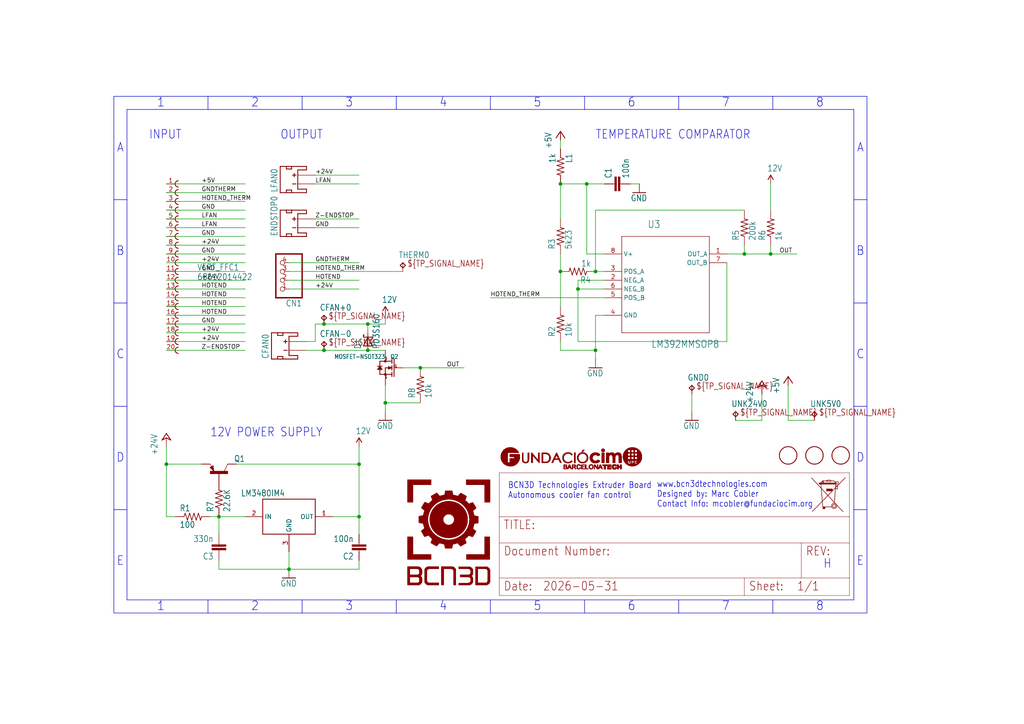
<source format=kicad_sch>
(kicad_sch (version 20230121) (generator eeschema)
  (paper "A4")
  (lib_symbols
    (symbol "working-eagle-import:+24V" (power)
      (property "Value" "+24V" (at -2.54 -5.08 90))
      (symbol "+24V_1_0"
        (pin power_in line (at 0 -2.54 90) (length 2.54) (name "+24V") (number "1"))
      )
    )
    (symbol "working-eagle-import:+5V" (power)
      (property "Value" "+5V" (at -2.54 -5.08 90))
      (symbol "+5V_1_0"
        (pin power_in line (at 0 -2.54 90) (length 2.54) (name "+5V") (number "1"))
      )
    )
    (symbol "working-eagle-import:12V" (power)
      (property "Value" "12V" (at -1.016 3.556 0))
      (symbol "12V_1_0"
        (pin power_in line (at 0 0 90) (length 2.54) (name "12V") (number "1"))
      )
    )
    (symbol "working-eagle-import:68612014422"
      (property "Reference" "K" (at 1.27 0.238 0))
      (symbol "68612014422_1_0"
        (pin passive line (at -7.62 25.4 0) (length 2.54) (name "1") (number "1"))
        (pin passive line (at -7.62 2.54 0) (length 2.54) (name "10") (number "10"))
        (pin passive line (at -7.62 0 0) (length 2.54) (name "11") (number "11"))
        (pin passive line (at -7.62 -2.54 0) (length 2.54) (name "12") (number "12"))
        (pin passive line (at -7.62 -5.08 0) (length 2.54) (name "13") (number "13"))
        (pin passive line (at -7.62 -7.62 0) (length 2.54) (name "14") (number "14"))
        (pin passive line (at -7.62 -10.16 0) (length 2.54) (name "15") (number "15"))
        (pin passive line (at -7.62 -12.7 0) (length 2.54) (name "16") (number "16"))
        (pin passive line (at -7.62 -15.24 0) (length 2.54) (name "17") (number "17"))
        (pin passive line (at -7.62 -17.78 0) (length 2.54) (name "18") (number "18"))
        (pin passive line (at -7.62 -20.32 0) (length 2.54) (name "19") (number "19"))
        (pin passive line (at -7.62 22.86 0) (length 2.54) (name "2") (number "2"))
        (pin passive line (at -7.62 -22.86 0) (length 2.54) (name "20") (number "20"))
        (pin passive line (at -7.62 20.32 0) (length 2.54) (name "3") (number "3"))
        (pin passive line (at -7.62 17.78 0) (length 2.54) (name "4") (number "4"))
        (pin passive line (at -7.62 15.24 0) (length 2.54) (name "5") (number "5"))
        (pin passive line (at -7.62 12.7 0) (length 2.54) (name "6") (number "6"))
        (pin passive line (at -7.62 10.16 0) (length 2.54) (name "7") (number "7"))
        (pin passive line (at -7.62 7.62 0) (length 2.54) (name "8") (number "8"))
        (pin passive line (at -7.62 5.08 0) (length 2.54) (name "9") (number "9"))
      )
    )
    (symbol "working-eagle-import:BC807W"
      (property "Reference" "Q" (at -10.16 7.62 0))
      (symbol "BC807W_1_0"
        (pin passive line (at -2.54 0 0) (length 2.54) (name "B") (number "1"))
        (pin passive line (at 2.54 5.08 270) (length 2.54) (name "E") (number "2"))
        (pin passive line (at 2.54 -5.08 90) (length 2.54) (name "C") (number "3"))
      )
    )
    (symbol "working-eagle-import:BCN3DLOGO")
    (symbol "working-eagle-import:C-EUC0603K"
      (property "Reference" "C" (at 1.524 0.381 0))
      (symbol "C-EUC0603K_1_0"
        (pin passive line (at 0 2.54 270) (length 2.54) (name "1") (number "1"))
        (pin passive line (at 0 -5.08 90) (length 2.54) (name "2") (number "2"))
      )
    )
    (symbol "working-eagle-import:C-EUC0805"
      (property "Reference" "C" (at 1.524 0.381 0))
      (symbol "C-EUC0805_1_0"
        (pin passive line (at 0 2.54 270) (length 2.54) (name "1") (number "1"))
        (pin passive line (at 0 -5.08 90) (length 2.54) (name "2") (number "2"))
      )
    )
    (symbol "working-eagle-import:DOCFIELD"
      (symbol "DOCFIELD_1_0"
        (text "${#}/${##}" (at 86.36 1.27 0) (effects (font (size 2.54 2.159)) (justify left bottom)))
        (text "${CURRENT_DATE}" (at 12.7 1.27 0) (effects (font (size 2.54 2.159)) (justify left bottom)))
        (text "${PROJECTNAME}" (at 17.78 19.05 0) (effects (font (size 2.54 2.159)) (justify left bottom)))
        (text "Date:" (at 1.27 1.27 0) (effects (font (size 2.54 2.159)) (justify left bottom)))
        (text "Document Number:" (at 1.27 11.43 0) (effects (font (size 2.54 2.159)) (justify left bottom)))
        (text "REV:" (at 88.9 11.43 0) (effects (font (size 2.54 2.159)) (justify left bottom)))
        (text "Sheet:" (at 72.39 1.27 0) (effects (font (size 2.54 2.159)) (justify left bottom)))
        (text "TITLE:" (at 1.27 19.05 0) (effects (font (size 2.54 2.159)) (justify left bottom)))
      )
    )
    (symbol "working-eagle-import:FCIMLOGO")
    (symbol "working-eagle-import:FIDUCIAL")
    (symbol "working-eagle-import:GND" (power)
      (property "Value" "GND" (at -2.54 -2.54 0))
      (symbol "GND_1_0"
        (pin power_in line (at 0 2.54 270) (length 2.54) (name "GND") (number "1"))
      )
    )
    (symbol "working-eagle-import:JST_2MM_MALE"
      (property "Reference" "J" (at -2.54 5.842 0))
      (symbol "JST_2MM_MALE_1_0"
        (pin bidirectional line (at 0 -5.08 90) (length 5.08) (name "-") (number "1"))
        (pin bidirectional line (at 2.54 -5.08 90) (length 5.08) (name "+") (number "2"))
        (pin bidirectional line (at -2.54 2.54 90) (length 0) (name "PAD1") (number "NC1"))
        (pin bidirectional line (at 5.08 2.54 90) (length 0) (name "PAD2") (number "NC2"))
      )
    )
    (symbol "working-eagle-import:JST_4PINPA"
      (property "Reference" "CN" (at -6.35 5.715 0))
      (symbol "JST_4PINPA_1_0"
        (pin passive inverted (at -2.54 2.54 0) (length 2.54) (name "1") (number "1"))
        (pin passive inverted (at -2.54 0 0) (length 2.54) (name "2") (number "2"))
        (pin passive inverted (at -2.54 -2.54 0) (length 2.54) (name "3") (number "3"))
        (pin passive inverted (at -2.54 -5.08 0) (length 2.54) (name "4") (number "4"))
      )
    )
    (symbol "working-eagle-import:LM3480IM4"
      (symbol "LM3480IM4_1_0"
        (pin bidirectional line (at 12.7 0 180) (length 5.08) (name "OUT") (number "1"))
        (pin bidirectional line (at -12.7 0 0) (length 5.08) (name "IN") (number "2"))
        (pin bidirectional line (at 0 -10.16 90) (length 5.08) (name "GND") (number "3"))
      )
    )
    (symbol "working-eagle-import:LM392MMSOP8"
      (property "Reference" "U" (at -5.2578 12.5476 0))
      (symbol "LM392MMSOP8_1_0"
        (pin output line (at 17.78 5.08 180) (length 5.08) (name "OUT_A") (number "1"))
        (pin input line (at -17.78 -2.54 0) (length 5.08) (name "NEG_A") (number "2"))
        (pin input line (at -17.78 0 0) (length 5.08) (name "POS_A") (number "3"))
        (pin passive line (at -17.78 -12.7 0) (length 5.08) (name "GND") (number "4"))
        (pin input line (at -17.78 -7.62 0) (length 5.08) (name "POS_B") (number "5"))
        (pin input line (at -17.78 -5.08 0) (length 5.08) (name "NEG_B") (number "6"))
        (pin output line (at 17.78 2.54 180) (length 5.08) (name "OUT_B") (number "7"))
        (pin power_in line (at -17.78 5.08 0) (length 5.08) (name "V+") (number "8"))
      )
    )
    (symbol "working-eagle-import:MOSFET-NSOT323"
      (property "Reference" "Q" (at -3.81 2.54 0))
      (symbol "MOSFET-NSOT323_1_0"
        (text "D" (at -0.635 2.2225 0) (effects (font (size 0.8128 0.6908)) (justify left bottom)))
        (text "G" (at -3.4925 0 0) (effects (font (size 0.8128 0.6908)) (justify left bottom)))
        (text "S" (at -0.635 -3.175 0) (effects (font (size 0.8128 0.6908)) (justify left bottom)))
        (pin passive line (at -5.08 0 0) (length 2.54) (name "G") (number "1"))
        (pin passive line (at 0 -5.08 90) (length 2.54) (name "S") (number "2"))
        (pin passive line (at 0 5.08 270) (length 2.54) (name "D") (number "3"))
      )
    )
    (symbol "working-eagle-import:MUELLTONNE_10.00")
    (symbol "working-eagle-import:PD3S160"
      (property "Reference" "D" (at -2.286 1.905 0))
      (symbol "PD3S160_1_0"
        (pin passive line (at -2.54 0 0) (length 2.54) (name "A") (number "A"))
        (pin passive line (at 2.54 0 180) (length 2.54) (name "C") (number "C"))
      )
    )
    (symbol "working-eagle-import:R-US_R0603"
      (property "Reference" "R" (at -3.81 1.4986 0))
      (symbol "R-US_R0603_1_0"
        (pin passive line (at -5.08 0 0) (length 2.54) (name "1") (number "1"))
        (pin passive line (at 5.08 0 180) (length 2.54) (name "2") (number "2"))
      )
    )
    (symbol "working-eagle-import:R-US_R1210"
      (property "Reference" "R" (at -3.81 1.4986 0))
      (symbol "R-US_R1210_1_0"
        (pin passive line (at -5.08 0 0) (length 2.54) (name "1") (number "1"))
        (pin passive line (at 5.08 0 180) (length 2.54) (name "2") (number "2"))
      )
    )
    (symbol "working-eagle-import:TPB1,27"
      (property "Reference" "TP" (at -1.27 1.27 0))
      (symbol "TPB1,27_1_0"
        (text "${TP_SIGNAL_NAME}" (at 1.27 -1.27 0) (effects (font (size 1.778 1.5113)) (justify left bottom)))
        (pin input line (at 0 -2.54 90) (length 2.54) (name "TP") (number "TP"))
      )
    )
  )
  (junction (at 223.52 73.66))
  (junction (at 48.26 134.62))
  (junction (at 93.98 93.98))
  (junction (at 167.64 83.82))
  (junction (at 63.5 149.86))
  (junction (at 121.92 106.68))
  (junction (at 215.9 73.66))
  (junction (at 172.72 101.6))
  (junction (at 104.14 149.86))
  (junction (at 170.18 53.34))
  (junction (at 162.56 53.34))
  (junction (at 104.14 134.62))
  (junction (at 106.68 93.98))
  (junction (at 111.76 116.84))
  (junction (at 106.68 101.6))
  (junction (at 93.98 101.6))
  (junction (at 172.72 78.74))
  (junction (at 162.56 78.74))
  (junction (at 83.82 165.1))
  (wire (pts (xy 106.68 93.98) (xy 111.76 93.98)) (stroke (width 0.1524)))
  (wire (pts (xy 215.9 73.66) (xy 223.52 73.66)) (stroke (width 0.1524)))
  (wire (pts (xy 88.9 101.6) (xy 93.98 101.6)) (stroke (width 0.1524)))
  (wire (pts (xy 172.72 78.74) (xy 172.72 60.96)) (stroke (width 0.1524)))
  (wire (pts (xy 111.76 116.84) (xy 111.76 119.38)) (stroke (width 0.1524)))
  (wire (pts (xy 210.82 99.06) (xy 167.64 99.06)) (stroke (width 0.1524)))
  (wire (pts (xy 116.84 106.68) (xy 121.92 106.68)) (stroke (width 0.1524)))
  (wire (pts (xy 210.82 99.06) (xy 210.82 76.2)) (stroke (width 0.1524)))
  (wire (pts (xy 48.26 96.52) (xy 71.12 96.52)) (stroke (width 0.1524)))
  (wire (pts (xy 48.26 134.62) (xy 58.42 134.62)) (stroke (width 0.1524)))
  (wire (pts (xy 121.92 116.84) (xy 111.76 116.84)) (stroke (width 0.1524)))
  (wire (pts (xy 170.18 53.34) (xy 162.56 53.34)) (stroke (width 0.1524)))
  (wire (pts (xy 50.8 149.86) (xy 48.26 149.86)) (stroke (width 0.1524)))
  (wire (pts (xy 215.9 71.12) (xy 215.9 73.66)) (stroke (width 0.1524)))
  (wire (pts (xy 162.56 53.34) (xy 162.56 63.5)) (stroke (width 0.1524)))
  (wire (pts (xy 223.52 53.34) (xy 223.52 60.96)) (stroke (width 0.1524)))
  (wire (pts (xy 172.72 78.74) (xy 175.26 78.74)) (stroke (width 0.1524)))
  (wire (pts (xy 228.6 111.76) (xy 228.6 121.92)) (stroke (width 0.1524)))
  (wire (pts (xy 175.26 53.34) (xy 170.18 53.34)) (stroke (width 0.1524)))
  (wire (pts (xy 91.44 50.8) (xy 104.14 50.8)) (stroke (width 0.1524)))
  (wire (pts (xy 175.26 86.36) (xy 142.24 86.36)) (stroke (width 0.1524)))
  (wire (pts (xy 48.26 66.04) (xy 71.12 66.04)) (stroke (width 0.1524)))
  (wire (pts (xy 162.56 73.66) (xy 162.56 78.74)) (stroke (width 0.1524)))
  (wire (pts (xy 172.72 91.44) (xy 172.72 101.6)) (stroke (width 0.1524)))
  (wire (pts (xy 83.82 78.74) (xy 116.84 78.74)) (stroke (width 0.1524)))
  (wire (pts (xy 48.26 86.36) (xy 71.12 86.36)) (stroke (width 0.1524)))
  (wire (pts (xy 91.44 93.98) (xy 93.98 93.98)) (stroke (width 0.1524)))
  (wire (pts (xy 215.9 73.66) (xy 210.82 73.66)) (stroke (width 0.1524)))
  (wire (pts (xy 104.14 53.34) (xy 91.44 53.34)) (stroke (width 0.1524)))
  (wire (pts (xy 182.88 53.34) (xy 185.42 53.34)) (stroke (width 0.1524)))
  (wire (pts (xy 48.26 58.42) (xy 71.12 58.42)) (stroke (width 0.1524)))
  (wire (pts (xy 63.5 149.86) (xy 71.12 149.86)) (stroke (width 0.1524)))
  (wire (pts (xy 104.14 165.1) (xy 104.14 162.56)) (stroke (width 0.1524)))
  (wire (pts (xy 83.82 81.28) (xy 104.14 81.28)) (stroke (width 0.1524)))
  (wire (pts (xy 63.5 162.56) (xy 63.5 165.1)) (stroke (width 0.1524)))
  (wire (pts (xy 48.26 73.66) (xy 71.12 73.66)) (stroke (width 0.1524)))
  (wire (pts (xy 83.82 76.2) (xy 104.14 76.2)) (stroke (width 0.1524)))
  (wire (pts (xy 48.26 91.44) (xy 71.12 91.44)) (stroke (width 0.1524)))
  (wire (pts (xy 175.26 73.66) (xy 170.18 73.66)) (stroke (width 0.1524)))
  (wire (pts (xy 63.5 165.1) (xy 83.82 165.1)) (stroke (width 0.1524)))
  (wire (pts (xy 48.26 71.12) (xy 71.12 71.12)) (stroke (width 0.1524)))
  (wire (pts (xy 170.18 73.66) (xy 170.18 53.34)) (stroke (width 0.1524)))
  (wire (pts (xy 167.64 83.82) (xy 167.64 99.06)) (stroke (width 0.1524)))
  (wire (pts (xy 91.44 63.5) (xy 104.14 63.5)) (stroke (width 0.1524)))
  (wire (pts (xy 91.44 99.06) (xy 91.44 93.98)) (stroke (width 0.1524)))
  (wire (pts (xy 48.26 55.88) (xy 71.12 55.88)) (stroke (width 0.1524)))
  (wire (pts (xy 60.96 149.86) (xy 63.5 149.86)) (stroke (width 0.1524)))
  (wire (pts (xy 91.44 99.06) (xy 88.9 99.06)) (stroke (width 0.1524)))
  (wire (pts (xy 48.26 68.58) (xy 71.12 68.58)) (stroke (width 0.1524)))
  (wire (pts (xy 228.6 121.92) (xy 236.22 121.92)) (stroke (width 0.1524)))
  (wire (pts (xy 83.82 165.1) (xy 104.14 165.1)) (stroke (width 0.1524)))
  (wire (pts (xy 91.44 66.04) (xy 104.14 66.04)) (stroke (width 0.1524)))
  (wire (pts (xy 48.26 83.82) (xy 71.12 83.82)) (stroke (width 0.1524)))
  (wire (pts (xy 162.56 101.6) (xy 172.72 101.6)) (stroke (width 0.1524)))
  (wire (pts (xy 48.26 101.6) (xy 71.12 101.6)) (stroke (width 0.1524)))
  (wire (pts (xy 106.68 96.52) (xy 106.68 93.98)) (stroke (width 0.1524)))
  (wire (pts (xy 175.26 83.82) (xy 167.64 83.82)) (stroke (width 0.1524)))
  (wire (pts (xy 162.56 78.74) (xy 162.56 88.9)) (stroke (width 0.1524)))
  (wire (pts (xy 220.98 121.92) (xy 220.98 114.3)) (stroke (width 0.1524)))
  (wire (pts (xy 172.72 60.96) (xy 215.9 60.96)) (stroke (width 0.1524)))
  (wire (pts (xy 48.26 129.54) (xy 48.26 134.62)) (stroke (width 0.1524)))
  (wire (pts (xy 48.26 149.86) (xy 48.26 134.62)) (stroke (width 0.1524)))
  (wire (pts (xy 175.26 91.44) (xy 172.72 91.44)) (stroke (width 0.1524)))
  (wire (pts (xy 223.52 73.66) (xy 231.14 73.66)) (stroke (width 0.1524)))
  (wire (pts (xy 111.76 111.76) (xy 111.76 116.84)) (stroke (width 0.1524)))
  (wire (pts (xy 104.14 149.86) (xy 96.52 149.86)) (stroke (width 0.1524)))
  (wire (pts (xy 48.26 81.28) (xy 71.12 81.28)) (stroke (width 0.1524)))
  (wire (pts (xy 93.98 101.6) (xy 106.68 101.6)) (stroke (width 0.1524)))
  (wire (pts (xy 48.26 53.34) (xy 71.12 53.34)) (stroke (width 0.1524)))
  (wire (pts (xy 200.66 114.3) (xy 200.66 119.38)) (stroke (width 0.1524)))
  (wire (pts (xy 48.26 78.74) (xy 71.12 78.74)) (stroke (width 0.1524)))
  (wire (pts (xy 48.26 88.9) (xy 71.12 88.9)) (stroke (width 0.1524)))
  (wire (pts (xy 172.72 101.6) (xy 172.72 104.14)) (stroke (width 0.1524)))
  (wire (pts (xy 104.14 134.62) (xy 104.14 149.86)) (stroke (width 0.1524)))
  (wire (pts (xy 167.64 81.28) (xy 167.64 83.82)) (stroke (width 0.1524)))
  (wire (pts (xy 220.98 121.92) (xy 213.36 121.92)) (stroke (width 0.1524)))
  (wire (pts (xy 83.82 83.82) (xy 104.14 83.82)) (stroke (width 0.1524)))
  (wire (pts (xy 48.26 76.2) (xy 71.12 76.2)) (stroke (width 0.1524)))
  (wire (pts (xy 162.56 99.06) (xy 162.56 101.6)) (stroke (width 0.1524)))
  (wire (pts (xy 48.26 60.96) (xy 71.12 60.96)) (stroke (width 0.1524)))
  (wire (pts (xy 48.26 93.98) (xy 71.12 93.98)) (stroke (width 0.1524)))
  (wire (pts (xy 175.26 81.28) (xy 167.64 81.28)) (stroke (width 0.1524)))
  (wire (pts (xy 48.26 99.06) (xy 71.12 99.06)) (stroke (width 0.1524)))
  (wire (pts (xy 83.82 160.02) (xy 83.82 165.1)) (stroke (width 0.1524)))
  (wire (pts (xy 104.14 154.94) (xy 104.14 149.86)) (stroke (width 0.1524)))
  (wire (pts (xy 48.26 63.5) (xy 71.12 63.5)) (stroke (width 0.1524)))
  (wire (pts (xy 223.52 73.66) (xy 223.52 71.12)) (stroke (width 0.1524)))
  (wire (pts (xy 121.92 106.68) (xy 134.62 106.68)) (stroke (width 0.1524)))
  (wire (pts (xy 68.58 134.62) (xy 104.14 134.62)) (stroke (width 0.1524)))
  (wire (pts (xy 111.76 93.98) (xy 111.76 91.44)) (stroke (width 0.1524)))
  (wire (pts (xy 104.14 129.54) (xy 104.14 134.62)) (stroke (width 0.1524)))
  (wire (pts (xy 93.98 93.98) (xy 106.68 93.98)) (stroke (width 0.1524)))
  (wire (pts (xy 111.76 101.6) (xy 106.68 101.6)) (stroke (width 0.1524)))
  (wire (pts (xy 162.56 43.18) (xy 162.56 40.64)) (stroke (width 0.1524)))
  (wire (pts (xy 63.5 154.94) (xy 63.5 149.86)) (stroke (width 0.1524)))
  (polyline (pts (xy 60.325 173.99) (xy 60.325 177.8)))
  (polyline (pts (xy 33.02 27.94) (xy 251.46 27.94) (xy 251.46 177.8) (xy 33.02 177.8) (xy 33.02 27.94)))
  (polyline (pts (xy 196.85 27.94) (xy 196.85 31.75)))
  (polyline (pts (xy 60.325 27.94) (xy 60.325 31.75)))
  (polyline (pts (xy 247.65 87.884) (xy 251.46 87.884)))
  (polyline (pts (xy 33.02 117.856) (xy 36.83 117.856)))
  (polyline (pts (xy 114.935 173.99) (xy 114.935 177.8)))
  (polyline (pts (xy 33.02 57.912) (xy 36.83 57.912)))
  (polyline (pts (xy 247.65 57.912) (xy 251.46 57.912)))
  (polyline (pts (xy 247.65 117.856) (xy 251.46 117.856)))
  (polyline (pts (xy 87.63 173.99) (xy 87.63 177.8)))
  (polyline (pts (xy 224.155 27.94) (xy 224.155 31.75)))
  (polyline (pts (xy 33.02 147.828) (xy 36.83 147.828)))
  (polyline (pts (xy 247.65 147.828) (xy 251.46 147.828)))
  (polyline (pts (xy 224.155 173.99) (xy 224.155 177.8)))
  (polyline (pts (xy 142.24 173.99) (xy 142.24 177.8)))
  (polyline (pts (xy 36.83 31.75) (xy 36.83 173.99)))
  (polyline (pts (xy 196.85 173.99) (xy 196.85 177.8)))
  (polyline (pts (xy 114.935 27.94) (xy 114.935 31.75)))
  (polyline (pts (xy 247.65 31.75) (xy 36.83 31.75)))
  (polyline (pts (xy 247.65 31.75) (xy 247.65 173.99)))
  (polyline (pts (xy 247.65 173.99) (xy 36.83 173.99)))
  (polyline (pts (xy 33.02 87.884) (xy 36.83 87.884)))
  (polyline (pts (xy 169.545 27.94) (xy 169.545 31.75)))
  (polyline (pts (xy 142.24 27.94) (xy 142.24 31.75)))
  (polyline (pts (xy 87.63 27.94) (xy 87.63 31.75)))
  (polyline (pts (xy 169.545 173.99) (xy 169.545 177.8)))
  (text "4" (at 128.5875 29.845 0) (effects (font (size 2.54 2.286))))
  (text "8" (at 237.8075 175.895 0) (effects (font (size 2.54 2.286))))
  (text "5" (at 155.8925 175.895 0) (effects (font (size 2.54 2.286))))
  (text "7" (at 210.5025 175.895 0) (effects (font (size 2.54 2.286))))
  (text "B" (at 249.555 72.898 0) (effects (font (size 2.54 2.286))))
  (text "7" (at 210.5025 29.845 0) (effects (font (size 2.54 2.286))))
  (text "2" (at 73.9775 175.895 0) (effects (font (size 2.54 2.286))))
  (text "6" (at 183.1975 175.895 0) (effects (font (size 2.54 2.286))))
  (text "1" (at 46.6725 175.895 0) (effects (font (size 2.54 2.286))))
  (text "1" (at 46.6725 29.845 0) (effects (font (size 2.54 2.286))))
  (text "H" (at 238.76 165.1 0) (effects (font (size 2.54 2.159)) (justify left bottom)))
  (text "BCN3D Technologies Extruder Board\nAutonomous cooler fan control" (at 147.32 144.78 0) (effects (font (size 1.778 1.5113)) (justify left bottom)))
  (text "B" (at 34.925 72.898 0) (effects (font (size 2.54 2.286))))
  (text "A" (at 34.925 42.926 0) (effects (font (size 2.54 2.286))))
  (text "12V POWER SUPPLY" (at 60.96 127 0) (effects (font (size 2.54 2.159)) (justify left bottom)))
  (text "A" (at 249.555 42.926 0) (effects (font (size 2.54 2.286))))
  (text "E" (at 249.555 162.814 0) (effects (font (size 2.54 2.286))))
  (text "8" (at 237.8075 29.845 0) (effects (font (size 2.54 2.286))))
  (text "4" (at 128.5875 175.895 0) (effects (font (size 2.54 2.286))))
  (text "3" (at 101.2825 175.895 0) (effects (font (size 2.54 2.286))))
  (text "D" (at 34.925 132.842 0) (effects (font (size 2.54 2.286))))
  (text "3" (at 101.2825 29.845 0) (effects (font (size 2.54 2.286))))
  (text "2" (at 73.9775 29.845 0) (effects (font (size 2.54 2.286))))
  (text "5" (at 155.8925 29.845 0) (effects (font (size 2.54 2.286))))
  (text "INPUT" (at 43.18 40.64 0) (effects (font (size 2.54 2.159)) (justify left bottom)))
  (text "www.bcn3dtechnologies.com\nDesigned by: Marc Cobler\nContact Info: mcobler@fundaciocim.org" (at 190.5 147.32 0) (effects (font (size 1.778 1.5113)) (justify left bottom)))
  (text "E" (at 34.925 162.814 0) (effects (font (size 2.54 2.286))))
  (text "C" (at 34.925 102.87 0) (effects (font (size 2.54 2.286))))
  (text "C" (at 249.555 102.87 0) (effects (font (size 2.54 2.286))))
  (text "OUTPUT" (at 81.28 40.64 0) (effects (font (size 2.54 2.159)) (justify left bottom)))
  (text "TEMPERATURE COMPARATOR" (at 172.72 40.64 0) (effects (font (size 2.54 2.159)) (justify left bottom)))
  (text "6" (at 183.1975 29.845 0) (effects (font (size 2.54 2.286))))
  (text "D" (at 249.555 132.842 0) (effects (font (size 2.54 2.286))))
  (label "HOTEND_THERM" (at 142.24 86.36 0) (effects (font (size 1.2446 1.2446))))
  (label "+24V" (at 58.42 76.2 0) (effects (font (size 1.2446 1.2446))))
  (label "Z-ENDSTOP" (at 58.42 101.6 0) (effects (font (size 1.2446 1.2446))))
  (label "HOTEND" (at 58.42 86.36 0) (effects (font (size 1.2446 1.2446))))
  (label "GNDTHERM" (at 58.42 55.88 0) (effects (font (size 1.2446 1.2446))))
  (label "GND" (at 58.42 93.98 0) (effects (font (size 1.2446 1.2446))))
  (label "LFAN" (at 58.42 63.5 0) (effects (font (size 1.2446 1.2446))))
  (label "Z-ENDSTOP" (at 91.44 63.5 0) (effects (font (size 1.2446 1.2446))))
  (label "HOTEND" (at 58.42 88.9 0) (effects (font (size 1.2446 1.2446))))
  (label "LFAN" (at 58.42 66.04 0) (effects (font (size 1.2446 1.2446))))
  (label "OUT" (at 226.06 73.66 0) (effects (font (size 1.2446 1.2446))))
  (label "HOTEND" (at 58.42 83.82 0) (effects (font (size 1.2446 1.2446))))
  (label "LFAN" (at 91.44 53.34 0) (effects (font (size 1.2446 1.2446))))
  (label "GND" (at 58.42 78.74 0) (effects (font (size 1.2446 1.2446))))
  (label "GND" (at 91.44 66.04 0) (effects (font (size 1.2446 1.2446))))
  (label "+24V" (at 58.42 99.06 0) (effects (font (size 1.2446 1.2446))))
  (label "+24V" (at 58.42 71.12 0) (effects (font (size 1.2446 1.2446))))
  (label "OUT" (at 129.54 106.68 0) (effects (font (size 1.2446 1.2446))))
  (label "HOTEND" (at 58.42 91.44 0) (effects (font (size 1.2446 1.2446))))
  (label "HOTEND" (at 91.44 81.28 0) (effects (font (size 1.2446 1.2446))))
  (label "+24V" (at 58.42 96.52 0) (effects (font (size 1.2446 1.2446))))
  (label "GND" (at 58.42 60.96 0) (effects (font (size 1.2446 1.2446))))
  (label "GNDTHERM" (at 91.44 76.2 0) (effects (font (size 1.2446 1.2446))))
  (label "GND" (at 58.42 73.66 0) (effects (font (size 1.2446 1.2446))))
  (label "HOTEND_THERM" (at 58.42 58.42 0) (effects (font (size 1.2446 1.2446))))
  (label "+24V" (at 58.42 81.28 0) (effects (font (size 1.2446 1.2446))))
  (label "GND" (at 58.42 68.58 0) (effects (font (size 1.2446 1.2446))))
  (label "+24V" (at 91.44 50.8 0) (effects (font (size 1.2446 1.2446))))
  (label "+5V" (at 58.42 53.34 0) (effects (font (size 1.2446 1.2446))))
  (label "HOTEND_THERM" (at 91.44 78.74 0) (effects (font (size 1.2446 1.2446))))
  (label "+24V" (at 91.44 83.82 0) (effects (font (size 1.2446 1.2446))))
  (symbol (lib_id "working-eagle-import:R-US_R0603") (at 162.56 68.58 90) (unit 1)
    (property "Reference" "R3" (at 161.0614 72.39 0) (effects (font (size 1.778 1.5113)) (justify left bottom)))
    (property "Value" "5k23" (at 165.862 72.39 0) (effects (font (size 1.778 1.5113)) (justify left bottom)))
    (property "Footprint" "working:R0603" (effects hide))
    (property "MF" "PANASONIC ELECTRONIC COMPONENTS" (effects hide))
    (property "MPN" "ERJ3EKF5231V" (effects hide))
    (property "OC_FARNELL" "2059380" (effects hide))
  )
  (symbol (lib_id "working-eagle-import:12V") (at 104.14 129.54 0) (unit 1)
    (property "Reference" "#SUPPLY2" (effects hide))
    (property "Value" "12V" (at 103.124 125.984 0) (effects (font (size 1.778 1.5113)) (justify left bottom)))
  )
  (symbol (lib_id "working-eagle-import:GND") (at 200.66 121.92 0) (unit 1)
    (property "Reference" "#GND6" (effects hide))
    (property "Value" "GND" (at 198.12 124.46 0) (effects (font (size 1.778 1.5113)) (justify left bottom)))
  )
  (symbol (lib_id "working-eagle-import:C-EUC0603K") (at 104.14 160.02 180) (unit 1)
    (property "Reference" "C2" (at 102.616 160.401 0) (effects (font (size 1.778 1.5113)) (justify left bottom)))
    (property "Value" "100n" (at 102.616 155.321 0) (effects (font (size 1.778 1.5113)) (justify left bottom)))
    (property "Footprint" "working:C0603K" (effects hide))
    (property "MF" "AVX" (effects hide))
    (property "MPN" "06035C104KAT2A" (effects hide))
    (property "OC_FARNELL" "1301804" (effects hide))
  )
  (symbol (lib_id "working-eagle-import:+24V") (at 220.98 111.76 0) (unit 1)
    (property "Reference" "#P+3" (effects hide))
    (property "Value" "+24V" (at 218.44 116.84 90) (effects (font (size 1.778 1.5113)) (justify left bottom)))
  )
  (symbol (lib_id "working-eagle-import:MUELLTONNE_10.00") (at 234.696 148.844 0) (unit 1)
    (property "Reference" "#LOGO1" (effects hide))
    (property "Value" "MUELLTONNE_10.00" (effects hide))
  )
  (symbol (lib_id "working-eagle-import:TPB1,27") (at 93.98 91.44 0) (unit 1)
    (property "Reference" "CFAN+0" (at 92.71 90.17 0) (effects (font (size 1.778 1.5113)) (justify left bottom)))
    (property "Value" "TPB1,27" (effects hide))
    (property "Footprint" "working:B1,27" (effects hide))
    (property "OC_FARNELL" "unknown" (effects hide))
  )
  (symbol (lib_id "working-eagle-import:12V") (at 223.52 53.34 0) (unit 1)
    (property "Reference" "#SUPPLY1" (effects hide))
    (property "Value" "12V" (at 222.504 49.784 0) (effects (font (size 1.778 1.5113)) (justify left bottom)))
  )
  (symbol (lib_id "working-eagle-import:FIDUCIAL") (at 236.22 132.08 0) (unit 1)
    (property "Reference" "U$2" (effects hide))
    (property "Value" "FIDUCIAL" (effects hide))
    (property "Footprint" "working:FIDUCIAL_1MM" (effects hide))
    (property "OC_FARNELL" "unknown" (effects hide))
  )
  (symbol (lib_id "working-eagle-import:R-US_R0603") (at 121.92 111.76 90) (unit 1)
    (property "Reference" "R8" (at 120.4214 115.57 0) (effects (font (size 1.778 1.5113)) (justify left bottom)))
    (property "Value" "10k" (at 125.222 115.57 0) (effects (font (size 1.778 1.5113)) (justify left bottom)))
    (property "Footprint" "working:R0603" (effects hide))
    (property "MF" "MULTICOMP" (effects hide))
    (property "MPN" "MCMR06X1002FTL" (effects hide))
    (property "OC_FARNELL" "2073349" (effects hide))
  )
  (symbol (lib_id "working-eagle-import:TPB1,27") (at 213.36 119.38 0) (unit 1)
    (property "Reference" "UNK24V0" (at 212.09 118.11 0) (effects (font (size 1.778 1.5113)) (justify left bottom)))
    (property "Value" "TPB1,27" (effects hide))
    (property "Footprint" "working:B1,27" (effects hide))
    (property "OC_FARNELL" "unknown" (effects hide))
  )
  (symbol (lib_id "working-eagle-import:JST_2MM_MALE") (at 83.82 101.6 90) (unit 1)
    (property "Reference" "CFAN0" (at 77.978 104.14 0) (effects (font (size 1.778 1.5113)) (justify left bottom)))
    (property "Value" "JST_2MM_MALE" (effects hide))
    (property "Footprint" "working:JST-2-SMD" (effects hide))
    (property "MF" "JST (JAPAN SOLDERLESS TERMINALS)" (effects hide))
    (property "MPN" "S2B-PH-SM4-TB(LF)(SN)" (effects hide))
    (property "OC_FARNELL" "9492615" (effects hide))
  )
  (symbol (lib_id "working-eagle-import:JST_2MM_MALE") (at 86.36 53.34 90) (unit 1)
    (property "Reference" "LFAN0" (at 80.518 55.88 0) (effects (font (size 1.778 1.5113)) (justify left bottom)))
    (property "Value" "JST_2MM_MALE" (effects hide))
    (property "Footprint" "working:JST-2-SMD" (effects hide))
    (property "MF" "JST (JAPAN SOLDERLESS TERMINALS)" (effects hide))
    (property "MPN" "S2B-PH-SM4-TB(LF)(SN)" (effects hide))
    (property "OC_FARNELL" "9492615" (effects hide))
  )
  (symbol (lib_id "working-eagle-import:+5V") (at 228.6 109.22 0) (unit 1)
    (property "Reference" "#P+4" (effects hide))
    (property "Value" "+5V" (at 226.06 114.3 90) (effects (font (size 1.778 1.5113)) (justify left bottom)))
  )
  (symbol (lib_id "working-eagle-import:GND") (at 111.76 121.92 0) (unit 1)
    (property "Reference" "#GND5" (effects hide))
    (property "Value" "GND" (at 109.22 124.46 0) (effects (font (size 1.778 1.5113)) (justify left bottom)))
  )
  (symbol (lib_id "working-eagle-import:C-EUC0805") (at 63.5 160.02 180) (unit 1)
    (property "Reference" "C3" (at 61.976 160.401 0) (effects (font (size 1.778 1.5113)) (justify left bottom)))
    (property "Value" "330n" (at 61.976 155.321 0) (effects (font (size 1.778 1.5113)) (justify left bottom)))
    (property "Footprint" "working:C0805" (effects hide))
    (property "MF" "MURATA" (effects hide))
    (property "MPN" "GRM219R71H334KA88D" (effects hide))
    (property "OC_FARNELL" "1828951" (effects hide))
  )
  (symbol (lib_id "working-eagle-import:GND") (at 172.72 106.68 0) (unit 1)
    (property "Reference" "#GND4" (effects hide))
    (property "Value" "GND" (at 170.18 109.22 0) (effects (font (size 1.778 1.5113)) (justify left bottom)))
  )
  (symbol (lib_id "working-eagle-import:GND") (at 185.42 55.88 0) (unit 1)
    (property "Reference" "#GND2" (effects hide))
    (property "Value" "GND" (at 182.88 58.42 0) (effects (font (size 1.778 1.5113)) (justify left bottom)))
  )
  (symbol (lib_id "working-eagle-import:12V") (at 111.76 91.44 0) (unit 1)
    (property "Reference" "#SUPPLY3" (effects hide))
    (property "Value" "12V" (at 110.744 87.884 0) (effects (font (size 1.778 1.5113)) (justify left bottom)))
  )
  (symbol (lib_id "working-eagle-import:R-US_R0603") (at 167.64 78.74 180) (unit 1)
    (property "Reference" "R4" (at 171.45 80.2386 0) (effects (font (size 1.778 1.5113)) (justify left bottom)))
    (property "Value" "1k" (at 171.45 75.438 0) (effects (font (size 1.778 1.5113)) (justify left bottom)))
    (property "Footprint" "working:R0603" (effects hide))
    (property "MF" "MULTICOMP" (effects hide))
    (property "MPN" "MCMR06X1001FTL" (effects hide))
    (property "OC_FARNELL" "2073348" (effects hide))
  )
  (symbol (lib_id "working-eagle-import:GND") (at 83.82 167.64 0) (unit 1)
    (property "Reference" "#GND3" (effects hide))
    (property "Value" "GND" (at 81.28 170.18 0) (effects (font (size 1.778 1.5113)) (justify left bottom)))
  )
  (symbol (lib_id "working-eagle-import:R-US_R0603") (at 215.9 66.04 90) (unit 1)
    (property "Reference" "R5" (at 214.4014 69.85 0) (effects (font (size 1.778 1.5113)) (justify left bottom)))
    (property "Value" "200k" (at 219.202 69.85 0) (effects (font (size 1.778 1.5113)) (justify left bottom)))
    (property "Footprint" "working:R0603" (effects hide))
    (property "MF" "PANASONIC ELECTRONIC COMPONENTS" (effects hide))
    (property "MPN" "ERJ3EKF2003V" (effects hide))
    (property "OC_FARNELL" "2059509" (effects hide))
  )
  (symbol (lib_id "working-eagle-import:MOSFET-NSOT323") (at 111.76 106.68 0) (mirror y) (unit 1)
    (property "Reference" "Q2" (at 115.57 104.14 0) (effects (font (size 1.27 1.0795)) (justify left bottom)))
    (property "Value" "MOSFET-NSOT323" (at 111.76 104.14 0) (effects (font (size 1.27 1.0795)) (justify left bottom)))
    (property "Footprint" "working:SOT323" (effects hide))
    (property "MF" "NXP" (effects hide))
    (property "MPN" "PMF370XN,115" (effects hide))
    (property "OC_FARNELL" "1758096" (effects hide))
  )
  (symbol (lib_id "working-eagle-import:R-US_R0603") (at 162.56 48.26 270) (unit 1)
    (property "Reference" "L1" (at 164.0586 44.45 0) (effects (font (size 1.778 1.5113)) (justify left bottom)))
    (property "Value" "1k" (at 159.258 44.45 0) (effects (font (size 1.778 1.5113)) (justify left bottom)))
    (property "Footprint" "working:R0603" (effects hide))
    (property "MF" "MULTICOMP" (effects hide))
    (property "MPN" "MCMR06X1001FTL" (effects hide))
    (property "OC_FARNELL" "2073348" (effects hide))
  )
  (symbol (lib_id "working-eagle-import:R-US_R0603") (at 223.52 66.04 90) (unit 1)
    (property "Reference" "R6" (at 222.0214 69.85 0) (effects (font (size 1.778 1.5113)) (justify left bottom)))
    (property "Value" "1k" (at 226.822 69.85 0) (effects (font (size 1.778 1.5113)) (justify left bottom)))
    (property "Footprint" "working:R0603" (effects hide))
    (property "MF" "MULTICOMP" (effects hide))
    (property "MPN" "MCMR06X1001FTL" (effects hide))
    (property "OC_FARNELL" "2073348" (effects hide))
  )
  (symbol (lib_id "working-eagle-import:TPB1,27") (at 116.84 76.2 0) (unit 1)
    (property "Reference" "THERM0" (at 115.57 74.93 0) (effects (font (size 1.778 1.5113)) (justify left bottom)))
    (property "Value" "TPB1,27" (effects hide))
    (property "Footprint" "working:B1,27" (effects hide))
    (property "OC_FARNELL" "unknown" (effects hide))
  )
  (symbol (lib_id "working-eagle-import:+5V") (at 162.56 38.1 0) (unit 1)
    (property "Reference" "#P+1" (effects hide))
    (property "Value" "+5V" (at 160.02 43.18 90) (effects (font (size 1.778 1.5113)) (justify left bottom)))
  )
  (symbol (lib_id "working-eagle-import:R-US_R1210") (at 55.88 149.86 0) (unit 1)
    (property "Reference" "R1" (at 52.07 148.3614 0) (effects (font (size 1.778 1.5113)) (justify left bottom)))
    (property "Value" "100" (at 52.07 153.162 0) (effects (font (size 1.778 1.5113)) (justify left bottom)))
    (property "Footprint" "working:R1210" (effects hide))
    (property "MF" "MULTICOMP" (effects hide))
    (property "MPN" "MC0603SAF330JT5E" (effects hide))
    (property "OC_FARNELL" "1632431" (effects hide))
  )
  (symbol (lib_id "working-eagle-import:JST_2MM_MALE") (at 86.36 66.04 90) (unit 1)
    (property "Reference" "ENDSTOP0" (at 80.518 68.58 0) (effects (font (size 1.778 1.5113)) (justify left bottom)))
    (property "Value" "JST_2MM_MALE" (effects hide))
    (property "Footprint" "working:JST-2-SMD" (effects hide))
    (property "MF" "JST (JAPAN SOLDERLESS TERMINALS)" (effects hide))
    (property "MPN" "S2B-PH-SM4-TB(LF)(SN)" (effects hide))
    (property "OC_FARNELL" "9492615" (effects hide))
  )
  (symbol (lib_id "working-eagle-import:TPB1,27") (at 236.22 119.38 0) (unit 1)
    (property "Reference" "UNK5V0" (at 234.95 118.11 0) (effects (font (size 1.778 1.5113)) (justify left bottom)))
    (property "Value" "TPB1,27" (effects hide))
    (property "Footprint" "working:B1,27" (effects hide))
    (property "OC_FARNELL" "unknown" (effects hide))
  )
  (symbol (lib_id "working-eagle-import:C-EUC0603K") (at 177.8 53.34 90) (unit 1)
    (property "Reference" "C1" (at 177.419 51.816 0) (effects (font (size 1.778 1.5113)) (justify left bottom)))
    (property "Value" "100n" (at 182.499 51.816 0) (effects (font (size 1.778 1.5113)) (justify left bottom)))
    (property "Footprint" "working:C0603K" (effects hide))
    (property "MF" "AVX" (effects hide))
    (property "MPN" "06035C104KAT2A" (effects hide))
    (property "OC_FARNELL" "1301804" (effects hide))
  )
  (symbol (lib_id "working-eagle-import:LM3480IM4") (at 83.82 149.86 0) (unit 1)
    (property "Reference" "U2" (effects hide))
    (property "Value" "LM3480IM4" (at 69.85 144.018 0) (effects (font (size 1.778 1.5113)) (justify left bottom)))
    (property "Footprint" "working:SOT23-3" (effects hide))
    (property "MF" "TEXAS INSTRUMENTS" (effects hide))
    (property "MPN" "LM3480IM3-12/NOPB" (effects hide))
    (property "OC_FARNELL" "1469099" (effects hide))
  )
  (symbol (lib_id "working-eagle-import:TPB1,27") (at 200.66 111.76 0) (unit 1)
    (property "Reference" "GND0" (at 199.39 110.49 0) (effects (font (size 1.778 1.5113)) (justify left bottom)))
    (property "Value" "TPB1,27" (effects hide))
    (property "Footprint" "working:B1,27" (effects hide))
    (property "OC_FARNELL" "unknown" (effects hide))
  )
  (symbol (lib_id "working-eagle-import:FIDUCIAL") (at 243.84 132.08 0) (unit 1)
    (property "Reference" "U$3" (effects hide))
    (property "Value" "FIDUCIAL" (effects hide))
    (property "Footprint" "working:FIDUCIAL_1MM" (effects hide))
    (property "OC_FARNELL" "unknown" (effects hide))
  )
  (symbol (lib_id "working-eagle-import:68612014422") (at 55.88 78.74 0) (unit 1)
    (property "Reference" "VERT_FFC1" (at 57.15 78.502 0) (effects (font (size 1.778 1.5113)) (justify left bottom)))
    (property "Value" "68612014422" (at 57.15 81.28 0) (effects (font (size 1.778 1.5113)) (justify left bottom)))
    (property "Footprint" "working:68612014422" (effects hide))
    (property "OC_FARNELL" "unknown" (effects hide))
  )
  (symbol (lib_id "working-eagle-import:LM392MMSOP8") (at 193.04 78.74 0) (unit 1)
    (property "Reference" "U3" (at 187.7822 66.1924 0) (effects (font (size 2.0828 1.7703)) (justify left bottom)))
    (property "Value" "LM392MMSOP8" (at 188.849 100.9396 0) (effects (font (size 2.0828 1.7703)) (justify left bottom)))
    (property "Footprint" "working:MSOP8" (effects hide))
    (property "OC_FARNELL" "unknown" (effects hide))
  )
  (symbol (lib_id "working-eagle-import:+24V") (at 48.26 127 0) (unit 1)
    (property "Reference" "#P+2" (effects hide))
    (property "Value" "+24V" (at 45.72 132.08 90) (effects (font (size 1.778 1.5113)) (justify left bottom)))
  )
  (symbol (lib_id "working-eagle-import:R-US_R0603") (at 63.5 144.78 90) (unit 1)
    (property "Reference" "R7" (at 62.0014 148.59 0) (effects (font (size 1.778 1.5113)) (justify left bottom)))
    (property "Value" "22.6K" (at 66.802 148.59 0) (effects (font (size 1.778 1.5113)) (justify left bottom)))
    (property "Footprint" "working:R0603" (effects hide))
    (property "MF" "MULTICOMP" (effects hide))
    (property "MPN" "MC0603SAF330JT5E" (effects hide))
    (property "OC_FARNELL" "1632431" (effects hide))
  )
  (symbol (lib_id "working-eagle-import:JST_4PINPA") (at 81.28 81.28 180) (unit 1)
    (property "Reference" "CN1" (at 87.63 86.995 0) (effects (font (size 1.778 1.5113)) (justify left bottom)))
    (property "Value" "JST_4PINPA" (effects hide))
    (property "Footprint" "working:JST_PA_04" (effects hide))
    (property "MF" "JST (JAPAN SOLDERLESS TERMINALS)" (effects hide))
    (property "MPN" "SM04B-PASS-TBT(LF)(SN)" (effects hide))
    (property "OC_FARNELL" "2399347" (effects hide))
  )
  (symbol (lib_id "working-eagle-import:FIDUCIAL") (at 228.6 132.08 0) (unit 1)
    (property "Reference" "U$1" (effects hide))
    (property "Value" "FIDUCIAL" (effects hide))
    (property "Footprint" "working:FIDUCIAL_1MM" (effects hide))
    (property "OC_FARNELL" "unknown" (effects hide))
  )
  (symbol (lib_id "working-eagle-import:PD3S160") (at 106.68 99.06 90) (unit 1)
    (property "Reference" "D1" (at 104.775 101.346 0) (effects (font (size 1.778 1.5113)) (justify left bottom)))
    (property "Value" "PD3S160" (at 110.109 101.346 0) (effects (font (size 1.778 1.5113)) (justify left bottom)))
    (property "Footprint" "working:POWERDI323" (effects hide))
    (property "MF" "DIODES INC." (effects hide))
    (property "MPN" "PD3S160-7" (effects hide))
    (property "OC_FARNELL" "1843697" (effects hide))
  )
  (symbol (lib_id "working-eagle-import:FCIMLOGO") (at 142.24 142.24 0) (unit 1)
    (property "Reference" "#U$7" (effects hide))
    (property "Value" "FCIMLOGO" (effects hide))
  )
  (symbol (lib_id "working-eagle-import:R-US_R0603") (at 162.56 93.98 90) (unit 1)
    (property "Reference" "R2" (at 161.0614 97.79 0) (effects (font (size 1.778 1.5113)) (justify left bottom)))
    (property "Value" "10k" (at 165.862 97.79 0) (effects (font (size 1.778 1.5113)) (justify left bottom)))
    (property "Footprint" "working:R0603" (effects hide))
    (property "MF" "MULTICOMP" (effects hide))
    (property "MPN" "MCMR06X1002FTL" (effects hide))
    (property "OC_FARNELL" "2073349" (effects hide))
  )
  (symbol (lib_id "working-eagle-import:TPB1,27") (at 93.98 99.06 0) (unit 1)
    (property "Reference" "CFAN-0" (at 92.71 97.79 0) (effects (font (size 1.778 1.5113)) (justify left bottom)))
    (property "Value" "TPB1,27" (effects hide))
    (property "Footprint" "working:B1,27" (effects hide))
    (property "OC_FARNELL" "unknown" (effects hide))
  )
  (symbol (lib_id "working-eagle-import:BCN3DLOGO") (at 114.3 175.26 0) (unit 1)
    (property "Reference" "#U$4" (effects hide))
    (property "Value" "BCN3DLOGO" (effects hide))
  )
  (symbol (lib_id "working-eagle-import:BC807W") (at 63.5 137.16 90) (unit 1)
    (property "Reference" "Q1" (at 71.12 132.08 90) (effects (font (size 1.778 1.5113)) (justify left bottom)))
    (property "Value" "BC807W" (effects hide))
    (property "Footprint" "working:SOT323-BEC" (effects hide))
    (property "MF" "NXP" (effects hide))
    (property "MPN" "BC807W,115" (effects hide))
    (property "OC_FARNELL" "2439010" (effects hide))
  )
  (symbol (lib_id "working-eagle-import:DOCFIELD") (at 144.78 172.72 0) (unit 1)
    (property "Reference" "#FRAME1" (effects hide))
    (property "Value" "REPRAPBCN" (effects hide))
  )
)
</source>
